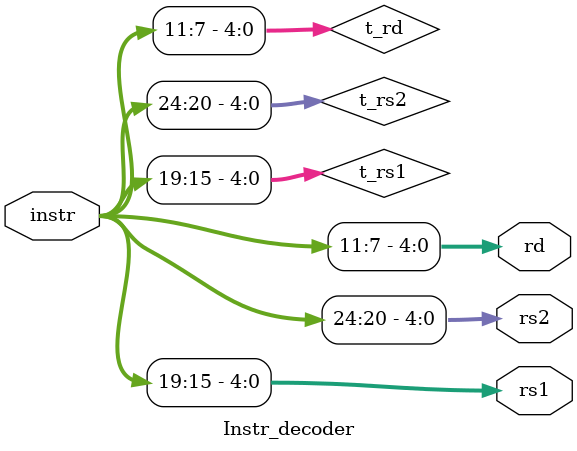
<source format=v>
`timescale 1ns / 1ps


module Instr_decoder(
    input[31:0] instr,
    output[4:0] rs1,
    output[4:0] rs2,
    output[4:0] rd
    );
    
    reg[4:0] t_rs1, t_rs2, t_rd;
    always@(*) begin
        t_rs1 <= instr[19:15];
        t_rs2 <= instr[24:20];
        t_rd <= instr[11:7];
    end
    assign rs1 = t_rs1;
    assign rs2 = t_rs2;
    assign rd = t_rd;
    
endmodule

</source>
